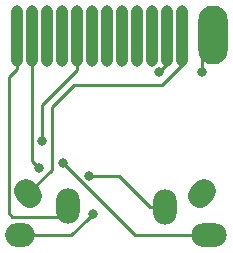
<source format=gbr>
G04 #@! TF.GenerationSoftware,KiCad,Pcbnew,(5.0.2)-1*
G04 #@! TF.CreationDate,2019-07-28T23:18:33+08:00*
G04 #@! TF.ProjectId,DOOR,444f4f52-2e6b-4696-9361-645f70636258,rev?*
G04 #@! TF.SameCoordinates,Original*
G04 #@! TF.FileFunction,Copper,L1,Top*
G04 #@! TF.FilePolarity,Positive*
%FSLAX46Y46*%
G04 Gerber Fmt 4.6, Leading zero omitted, Abs format (unit mm)*
G04 Created by KiCad (PCBNEW (5.0.2)-1) date 2019-07-28 23:18:33*
%MOMM*%
%LPD*%
G01*
G04 APERTURE LIST*
G04 #@! TA.AperFunction,SMDPad,CuDef*
%ADD10O,2.000000X3.000000*%
G04 #@! TD*
G04 #@! TA.AperFunction,SMDPad,CuDef*
%ADD11O,2.500000X2.000000*%
G04 #@! TD*
G04 #@! TA.AperFunction,ComponentPad*
%ADD12C,2.000000*%
G04 #@! TD*
G04 #@! TA.AperFunction,Conductor*
%ADD13C,2.000000*%
G04 #@! TD*
G04 #@! TA.AperFunction,SMDPad,CuDef*
%ADD14O,1.000000X5.200000*%
G04 #@! TD*
G04 #@! TA.AperFunction,SMDPad,CuDef*
%ADD15O,2.500000X5.000000*%
G04 #@! TD*
G04 #@! TA.AperFunction,SMDPad,CuDef*
%ADD16O,3.000000X2.000000*%
G04 #@! TD*
G04 #@! TA.AperFunction,ViaPad*
%ADD17C,0.800000*%
G04 #@! TD*
G04 #@! TA.AperFunction,Conductor*
%ADD18C,0.250000*%
G04 #@! TD*
G04 APERTURE END LIST*
D10*
G04 #@! TO.P,REF\002A\002A,*
G04 #@! TO.N,A2*
X141732000Y-82219800D03*
G04 #@! TD*
G04 #@! TO.P,REF\002A\002A,*
G04 #@! TO.N,A3*
X149946360Y-82326480D03*
G04 #@! TD*
D11*
G04 #@! TO.P,REF\002A\002A,*
G04 #@! TO.N,GND*
X137695940Y-84681060D03*
G04 #@! TD*
D12*
G04 #@! TO.P,BT1,1*
G04 #@! TO.N,+3V3*
X153055320Y-81153940D03*
D13*
G04 #@! TD*
G04 #@! TO.N,+3V3*
G04 #@! TO.C,BT1*
X153232097Y-80977163D02*
X152878543Y-81330717D01*
D12*
G04 #@! TO.P,BT1,1*
G04 #@! TO.N,+3V3*
X138355320Y-81153940D03*
D13*
G04 #@! TD*
G04 #@! TO.N,+3V3*
G04 #@! TO.C,BT1*
X138532097Y-81330717D02*
X138178543Y-80977163D01*
D14*
G04 #@! TO.P,U1,1*
G04 #@! TO.N,+3V3*
X151350980Y-67840860D03*
G04 #@! TO.P,U1,2*
G04 #@! TO.N,GND*
X150080980Y-67840860D03*
G04 #@! TO.P,U1,3*
G04 #@! TO.N,Net-(U1-Pad3)*
X148810980Y-67840860D03*
G04 #@! TO.P,U1,4*
G04 #@! TO.N,Net-(U1-Pad4)*
X147540980Y-67840860D03*
G04 #@! TO.P,U1,5*
G04 #@! TO.N,Net-(U1-Pad5)*
X146270980Y-67840860D03*
G04 #@! TO.P,U1,6*
G04 #@! TO.N,Net-(U1-Pad6)*
X145000980Y-67840860D03*
G04 #@! TO.P,U1,7*
G04 #@! TO.N,Net-(U1-Pad7)*
X143730980Y-67840860D03*
G04 #@! TO.P,U1,8*
G04 #@! TO.N,D2*
X142460980Y-67840860D03*
G04 #@! TO.P,U1,9*
G04 #@! TO.N,Net-(U1-Pad9)*
X141190980Y-67840860D03*
G04 #@! TO.P,U1,10*
G04 #@! TO.N,A4*
X139920980Y-67840860D03*
G04 #@! TO.P,U1,11*
G04 #@! TO.N,A3*
X138650980Y-67840860D03*
D15*
G04 #@! TO.P,U1,2*
G04 #@! TO.N,GND*
X153997660Y-67749420D03*
D14*
G04 #@! TO.P,U1,12*
G04 #@! TO.N,A2*
X137380980Y-67840860D03*
G04 #@! TD*
D16*
G04 #@! TO.P,REF\002A\002A,*
G04 #@! TO.N,D2*
X153682700Y-84658200D03*
G04 #@! TD*
D17*
G04 #@! TO.N,GND*
X149445980Y-70868540D03*
X153098500Y-70868540D03*
X143812260Y-82885280D03*
G04 #@! TO.N,D2*
X139504420Y-76725780D03*
X141333219Y-78564740D03*
G04 #@! TO.N,A3*
X143484600Y-79679800D03*
X139240260Y-78996540D03*
G04 #@! TD*
D18*
G04 #@! TO.N,+3V3*
X138355320Y-81182460D02*
X138355320Y-81153940D01*
X151350980Y-68560140D02*
X151350980Y-70365620D01*
X151350980Y-70281800D02*
X151350980Y-67840860D01*
X149661880Y-71970900D02*
X151350980Y-70281800D01*
X142206980Y-71970900D02*
X149661880Y-71970900D01*
X140370560Y-73807320D02*
X142206980Y-71970900D01*
X140370560Y-79138700D02*
X140370560Y-73807320D01*
X138355320Y-81153940D02*
X140370560Y-79138700D01*
G04 #@! TO.N,GND*
X150080980Y-67160140D02*
X150080980Y-70233540D01*
X149845979Y-70468541D02*
X149445980Y-70868540D01*
X150080980Y-70233540D02*
X149845979Y-70468541D01*
X153997660Y-67086480D02*
X153098500Y-67985640D01*
X153098500Y-70302855D02*
X153098500Y-70868540D01*
X153098500Y-67985640D02*
X153098500Y-70302855D01*
X143412261Y-83285279D02*
X143812260Y-82885280D01*
X142016480Y-84681060D02*
X143412261Y-83285279D01*
X137695940Y-84681060D02*
X142016480Y-84681060D01*
G04 #@! TO.N,D2*
X142460980Y-69940860D02*
X142460980Y-67840860D01*
X142460980Y-70690860D02*
X139504420Y-73647420D01*
X142460980Y-67840860D02*
X142460980Y-70690860D01*
X139504420Y-73647420D02*
X139504420Y-76725780D01*
X139504420Y-76725780D02*
X139504420Y-76725780D01*
X153682700Y-84658200D02*
X147426679Y-84658200D01*
X147426679Y-84658200D02*
X141733218Y-78964739D01*
X141733218Y-78964739D02*
X141333219Y-78564740D01*
G04 #@! TO.N,A2*
X140843000Y-83108800D02*
X141732000Y-82219800D01*
X137012680Y-83108800D02*
X140843000Y-83108800D01*
X136730740Y-82826860D02*
X137012680Y-83108800D01*
X136730740Y-71282560D02*
X136730740Y-82826860D01*
X137380980Y-67840860D02*
X137380980Y-70632320D01*
X137380980Y-70632320D02*
X136730740Y-71282560D01*
G04 #@! TO.N,A3*
X148696360Y-82326480D02*
X146049680Y-79679800D01*
X149946360Y-82326480D02*
X148696360Y-82326480D01*
X146049680Y-79679800D02*
X143484600Y-79679800D01*
X143484600Y-79679800D02*
X143482060Y-79679800D01*
X138840261Y-78596541D02*
X139240260Y-78996540D01*
X138650980Y-78407260D02*
X138840261Y-78596541D01*
X138650980Y-67840860D02*
X138650980Y-78407260D01*
G04 #@! TD*
M02*

</source>
